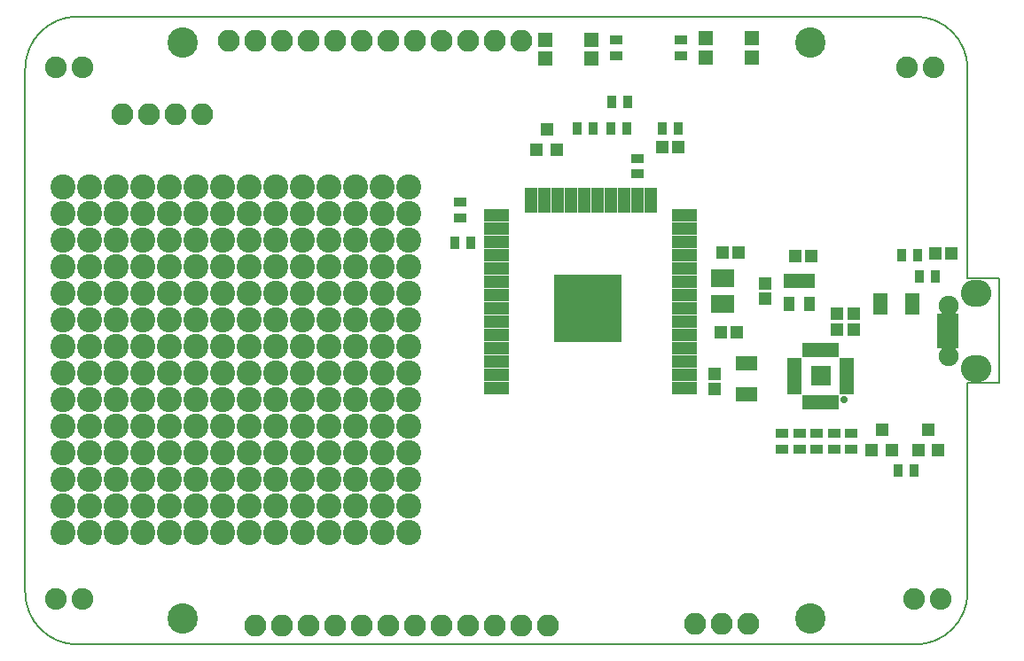
<source format=gbr>
G04 #@! TF.FileFunction,Soldermask,Top*
%FSLAX46Y46*%
G04 Gerber Fmt 4.6, Leading zero omitted, Abs format (unit mm)*
G04 Created by KiCad (PCBNEW 4.0.7) date 09/27/17 05:37:22*
%MOMM*%
%LPD*%
G01*
G04 APERTURE LIST*
%ADD10C,0.100000*%
%ADD11C,0.150000*%
%ADD12O,2.100000X2.100000*%
%ADD13C,2.100000*%
%ADD14R,1.197560X1.197560*%
%ADD15R,2.000000X1.400000*%
%ADD16R,1.150000X1.200000*%
%ADD17R,1.200000X1.150000*%
%ADD18R,2.000000X0.800000*%
%ADD19C,1.900000*%
%ADD20O,2.900000X2.600000*%
%ADD21C,2.076400*%
%ADD22R,2.400000X1.300000*%
%ADD23R,1.300000X2.400000*%
%ADD24R,6.400000X6.400000*%
%ADD25R,1.300000X0.900000*%
%ADD26R,0.900000X1.300000*%
%ADD27R,1.400760X1.400760*%
%ADD28R,1.050000X1.460000*%
%ADD29C,2.900000*%
%ADD30R,2.300000X1.800000*%
%ADD31R,1.200100X1.200100*%
%ADD32C,2.400000*%
%ADD33R,1.400000X2.000000*%
%ADD34R,1.400760X0.631140*%
%ADD35R,0.631140X1.400760*%
%ADD36R,1.901140X1.901140*%
%ADD37C,0.699720*%
G04 APERTURE END LIST*
D10*
D11*
X65000000Y-112500000D02*
X65000000Y-82500000D01*
X155000000Y-77500000D02*
X155000000Y-87500000D01*
X65000000Y-122500000D02*
X65000000Y-112500000D01*
X65000000Y-72500000D02*
X65000000Y-82500000D01*
X158000000Y-102500000D02*
X155000000Y-102500000D01*
X158000000Y-92500000D02*
X158000000Y-102500000D01*
X155000000Y-92500000D02*
X158000000Y-92500000D01*
X150000000Y-67500000D02*
X70000000Y-67500000D01*
X155000000Y-77500000D02*
X155000000Y-72500000D01*
X155000000Y-122500000D02*
X155000000Y-102500000D01*
X70000000Y-127500000D02*
X150000000Y-127500000D01*
X155000000Y-72500000D02*
G75*
G03X150000000Y-67500000I-5000000J0D01*
G01*
X150000000Y-127500000D02*
G75*
G03X155000000Y-122500000I0J5000000D01*
G01*
X65000000Y-122500000D02*
G75*
G03X70000000Y-127500000I5000000J0D01*
G01*
X70000000Y-67500000D02*
G75*
G03X65000000Y-72500000I0J-5000000D01*
G01*
X155000000Y-92500000D02*
X155000000Y-87500000D01*
D12*
X79375000Y-76835000D03*
X81915000Y-76835000D03*
X86995000Y-125730000D03*
X89535000Y-125730000D03*
X74295000Y-76835000D03*
X76835000Y-76835000D03*
X92075000Y-125730000D03*
X94615000Y-125730000D03*
X99695000Y-69850000D03*
X102235000Y-69850000D03*
X97155000Y-69850000D03*
X94615000Y-69850000D03*
X92075000Y-69850000D03*
X89535000Y-69850000D03*
X86995000Y-69850000D03*
X84455000Y-69850000D03*
D13*
X104775000Y-69850000D03*
D12*
X112395000Y-69850000D03*
X109855000Y-69850000D03*
X107315000Y-69850000D03*
X102235000Y-125730000D03*
X99695000Y-125730000D03*
X97155000Y-125730000D03*
X109855000Y-125730000D03*
X107315000Y-125730000D03*
X104775000Y-125730000D03*
X114935000Y-125730000D03*
X112395000Y-125730000D03*
X129000000Y-125500000D03*
X131540000Y-125500000D03*
X134080000Y-125500000D03*
D14*
X125869700Y-80010000D03*
X127368300Y-80010000D03*
X153403300Y-90170000D03*
X151904700Y-90170000D03*
D15*
X133858000Y-100608000D03*
X133858000Y-103608000D03*
D16*
X130810000Y-101612000D03*
X130810000Y-103112000D03*
D17*
X140069000Y-90424000D03*
X138569000Y-90424000D03*
X131457000Y-97663000D03*
X132957000Y-97663000D03*
X131584000Y-90043000D03*
X133084000Y-90043000D03*
D16*
X135636000Y-94476000D03*
X135636000Y-92976000D03*
X144145000Y-97397000D03*
X144145000Y-95897000D03*
D18*
X153062000Y-98836000D03*
X153062000Y-98186000D03*
X153062000Y-97536000D03*
X153062000Y-96886000D03*
X153062000Y-96236000D03*
D19*
X153162000Y-99961000D03*
D20*
X155812000Y-101161000D03*
D19*
X153162000Y-95111000D03*
D20*
X155812000Y-93911000D03*
D21*
X67945000Y-72390000D03*
X70485000Y-72390000D03*
X70485000Y-123190000D03*
X67945000Y-123190000D03*
X151765000Y-72390000D03*
X149225000Y-72390000D03*
X149860000Y-123190000D03*
X152400000Y-123190000D03*
D22*
X127999000Y-103040000D03*
X127999000Y-101770000D03*
X127999000Y-100500000D03*
X127999000Y-99230000D03*
X127999000Y-97960000D03*
X127999000Y-96690000D03*
X127999000Y-95420000D03*
X127999000Y-94150000D03*
X127999000Y-92880000D03*
X127999000Y-91610000D03*
X127999000Y-90340000D03*
X127999000Y-89070000D03*
X127999000Y-87800000D03*
X127999000Y-86530000D03*
X109999000Y-103040000D03*
X109999000Y-86530000D03*
X109999000Y-87800000D03*
X109999000Y-89070000D03*
X109999000Y-90340000D03*
X109999000Y-91610000D03*
X109999000Y-92880000D03*
X109999000Y-94150000D03*
X109999000Y-95420000D03*
X109999000Y-96690000D03*
X109999000Y-97960000D03*
X109999000Y-99230000D03*
X109999000Y-100500000D03*
X109999000Y-101770000D03*
D23*
X124714000Y-85040000D03*
X123429000Y-85040000D03*
X122174000Y-85040000D03*
X120904000Y-85040000D03*
X119634000Y-85040000D03*
X118364000Y-85040000D03*
X117094000Y-85040000D03*
X115824000Y-85040000D03*
X114554000Y-85040000D03*
X113284000Y-85040000D03*
D24*
X118699000Y-95340000D03*
D25*
X127635000Y-71235000D03*
X127635000Y-69735000D03*
D26*
X127369000Y-78232000D03*
X125869000Y-78232000D03*
D25*
X123444000Y-82538000D03*
X123444000Y-81038000D03*
D26*
X150229000Y-90297000D03*
X148729000Y-90297000D03*
X151880000Y-92329000D03*
X150380000Y-92329000D03*
D25*
X121412000Y-71235000D03*
X121412000Y-69735000D03*
D26*
X107557000Y-89154000D03*
X106057000Y-89154000D03*
D25*
X106500000Y-86750000D03*
X106500000Y-85250000D03*
X143891000Y-108827000D03*
X143891000Y-107327000D03*
D26*
X149848000Y-110871000D03*
X148348000Y-110871000D03*
X121043000Y-75692000D03*
X122543000Y-75692000D03*
X120916000Y-78232000D03*
X122416000Y-78232000D03*
X117741000Y-78232000D03*
X119241000Y-78232000D03*
D27*
X130007000Y-69585000D03*
X134407000Y-71385000D03*
X130007000Y-71385000D03*
X134407000Y-69585000D03*
X114640000Y-69712000D03*
X119040000Y-71512000D03*
X114640000Y-71512000D03*
X119040000Y-69712000D03*
D28*
X139888000Y-92753000D03*
X138938000Y-92753000D03*
X137988000Y-92753000D03*
X137988000Y-94953000D03*
X139888000Y-94953000D03*
D29*
X140000000Y-125000000D03*
X140000000Y-70000000D03*
X80000000Y-125000000D03*
X80000000Y-70000000D03*
D30*
X131572000Y-94926000D03*
X131572000Y-92526000D03*
D31*
X113858000Y-80248760D03*
X115758000Y-80248760D03*
X114808000Y-78249780D03*
X145862000Y-108950760D03*
X147762000Y-108950760D03*
X146812000Y-106951780D03*
X150307000Y-108950760D03*
X152207000Y-108950760D03*
X151257000Y-106951780D03*
D32*
X68580000Y-83820000D03*
X68580000Y-86360000D03*
X68580000Y-88900000D03*
X68580000Y-91440000D03*
X68580000Y-93980000D03*
X68580000Y-96520000D03*
X68580000Y-99060000D03*
X68580000Y-101600000D03*
X68580000Y-104140000D03*
X68580000Y-106680000D03*
X68580000Y-109220000D03*
X68580000Y-111760000D03*
X68580000Y-114300000D03*
X68580000Y-116840000D03*
X71120000Y-83820000D03*
X71120000Y-86360000D03*
X71120000Y-88900000D03*
X71120000Y-91440000D03*
X71120000Y-93980000D03*
X71120000Y-96520000D03*
X71120000Y-99060000D03*
X71120000Y-101600000D03*
X71120000Y-104140000D03*
X71120000Y-106680000D03*
X71120000Y-109220000D03*
X71120000Y-111760000D03*
X71120000Y-114300000D03*
X71120000Y-116840000D03*
X73660000Y-83820000D03*
X73660000Y-86360000D03*
X73660000Y-88900000D03*
X73660000Y-91440000D03*
X73660000Y-93980000D03*
X73660000Y-96520000D03*
X73660000Y-99060000D03*
X73660000Y-101600000D03*
X73660000Y-104140000D03*
X73660000Y-106680000D03*
X73660000Y-109220000D03*
X73660000Y-111760000D03*
X73660000Y-114300000D03*
X73660000Y-116840000D03*
X78740000Y-83820000D03*
X78740000Y-86360000D03*
X78740000Y-88900000D03*
X78740000Y-91440000D03*
X78740000Y-93980000D03*
X78740000Y-96520000D03*
X78740000Y-99060000D03*
X78740000Y-101600000D03*
X78740000Y-104140000D03*
X78740000Y-106680000D03*
X78740000Y-109220000D03*
X78740000Y-111760000D03*
X78740000Y-114300000D03*
X78740000Y-116840000D03*
X96520000Y-83820000D03*
X96520000Y-86360000D03*
X96520000Y-88900000D03*
X96520000Y-91440000D03*
X96520000Y-93980000D03*
X96520000Y-96520000D03*
X96520000Y-99060000D03*
X96520000Y-101600000D03*
X96520000Y-104140000D03*
X96520000Y-106680000D03*
X96520000Y-109220000D03*
X96520000Y-111760000D03*
X96520000Y-114300000D03*
X96520000Y-116840000D03*
X99060000Y-83820000D03*
X99060000Y-86360000D03*
X99060000Y-88900000D03*
X99060000Y-91440000D03*
X99060000Y-93980000D03*
X99060000Y-96520000D03*
X99060000Y-99060000D03*
X99060000Y-101600000D03*
X99060000Y-104140000D03*
X99060000Y-106680000D03*
X99060000Y-109220000D03*
X99060000Y-111760000D03*
X99060000Y-114300000D03*
X99060000Y-116840000D03*
X101600000Y-83820000D03*
X101600000Y-86360000D03*
X101600000Y-88900000D03*
X101600000Y-91440000D03*
X101600000Y-93980000D03*
X101600000Y-96520000D03*
X101600000Y-99060000D03*
X101600000Y-101600000D03*
X101600000Y-104140000D03*
X101600000Y-106680000D03*
X101600000Y-109220000D03*
X101600000Y-111760000D03*
X101600000Y-114300000D03*
X101600000Y-116840000D03*
X88900000Y-83820000D03*
X88900000Y-86360000D03*
X88900000Y-88900000D03*
X88900000Y-91440000D03*
X88900000Y-93980000D03*
X88900000Y-96520000D03*
X88900000Y-99060000D03*
X88900000Y-101600000D03*
X88900000Y-104140000D03*
X88900000Y-106680000D03*
X88900000Y-109220000D03*
X88900000Y-111760000D03*
X88900000Y-114300000D03*
X88900000Y-116840000D03*
X91440000Y-83820000D03*
X91440000Y-86360000D03*
X91440000Y-88900000D03*
X91440000Y-91440000D03*
X91440000Y-93980000D03*
X91440000Y-96520000D03*
X91440000Y-99060000D03*
X91440000Y-101600000D03*
X91440000Y-104140000D03*
X91440000Y-106680000D03*
X91440000Y-109220000D03*
X91440000Y-111760000D03*
X91440000Y-114300000D03*
X91440000Y-116840000D03*
X76200000Y-83820000D03*
X76200000Y-86360000D03*
X76200000Y-88900000D03*
X76200000Y-91440000D03*
X76200000Y-93980000D03*
X76200000Y-96520000D03*
X76200000Y-99060000D03*
X76200000Y-101600000D03*
X76200000Y-104140000D03*
X76200000Y-106680000D03*
X76200000Y-109220000D03*
X76200000Y-111760000D03*
X76200000Y-114300000D03*
X76200000Y-116840000D03*
X93980000Y-83820000D03*
X93980000Y-86360000D03*
X93980000Y-88900000D03*
X93980000Y-91440000D03*
X93980000Y-93980000D03*
X93980000Y-96520000D03*
X93980000Y-99060000D03*
X93980000Y-101600000D03*
X93980000Y-104140000D03*
X93980000Y-106680000D03*
X93980000Y-109220000D03*
X93980000Y-111760000D03*
X93980000Y-114300000D03*
X93980000Y-116840000D03*
X81280000Y-83820000D03*
X81280000Y-86360000D03*
X81280000Y-88900000D03*
X81280000Y-91440000D03*
X81280000Y-93980000D03*
X81280000Y-96520000D03*
X81280000Y-99060000D03*
X81280000Y-101600000D03*
X81280000Y-104140000D03*
X81280000Y-106680000D03*
X81280000Y-109220000D03*
X81280000Y-111760000D03*
X81280000Y-114300000D03*
X81280000Y-116840000D03*
X83820000Y-83820000D03*
X83820000Y-86360000D03*
X83820000Y-88900000D03*
X83820000Y-91440000D03*
X83820000Y-93980000D03*
X83820000Y-96520000D03*
X83820000Y-99060000D03*
X83820000Y-101600000D03*
X83820000Y-104140000D03*
X83820000Y-106680000D03*
X83820000Y-109220000D03*
X83820000Y-111760000D03*
X83820000Y-114300000D03*
X83820000Y-116840000D03*
X86360000Y-83820000D03*
X86360000Y-86360000D03*
X86360000Y-88900000D03*
X86360000Y-91440000D03*
X86360000Y-93980000D03*
X86360000Y-96520000D03*
X86360000Y-99060000D03*
X86360000Y-101600000D03*
X86360000Y-104140000D03*
X86360000Y-106680000D03*
X86360000Y-109220000D03*
X86360000Y-111760000D03*
X86360000Y-114300000D03*
X86360000Y-116840000D03*
D16*
X142494000Y-95897000D03*
X142494000Y-97397000D03*
D33*
X146709000Y-94996000D03*
X149709000Y-94996000D03*
D25*
X137287000Y-108827000D03*
X137287000Y-107327000D03*
X138938000Y-108827000D03*
X138938000Y-107327000D03*
X140589000Y-108827000D03*
X140589000Y-107327000D03*
X142240000Y-108827000D03*
X142240000Y-107327000D03*
D34*
X143469360Y-100352860D03*
X143469360Y-100853240D03*
X143469360Y-101353620D03*
X143469360Y-101854000D03*
X143469360Y-102354380D03*
X143469360Y-102854760D03*
X143469360Y-103355140D03*
D35*
X142471140Y-104353360D03*
X141970760Y-104353360D03*
X141470380Y-104353360D03*
X140970000Y-104353360D03*
X140469620Y-104353360D03*
X139969240Y-104353360D03*
X139468860Y-104353360D03*
D34*
X138470640Y-103355140D03*
X138470640Y-102854760D03*
X138470640Y-102354380D03*
X138470640Y-101854000D03*
X138470640Y-101353620D03*
X138470640Y-100853240D03*
X138470640Y-100352860D03*
D35*
X139468860Y-99354640D03*
X139969240Y-99354640D03*
X140469620Y-99354640D03*
X140970000Y-99354640D03*
X141470380Y-99354640D03*
X141970760Y-99354640D03*
X142471140Y-99354640D03*
D36*
X140970000Y-101854000D03*
D37*
X143220440Y-104104440D03*
M02*

</source>
